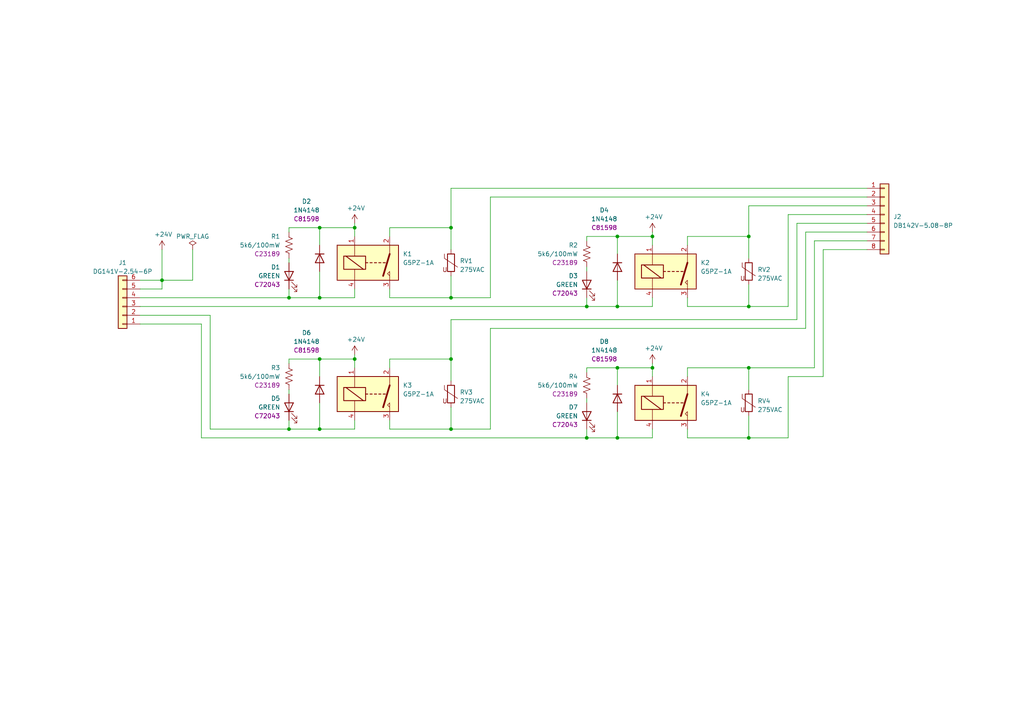
<source format=kicad_sch>
(kicad_sch (version 20230121) (generator eeschema)
  (paper "A4")
  (title_block (title "4x 24V 12A Relay Module") (date "2023-05-21") (rev "V1"))
  (lib_symbols
    (symbol "Connector_Generic:Conn_01x06" (pin_names (offset 1.016) hide)
      (property "Reference" "J" (at 0 7.62 0))
      (property "Value" "Conn_01x06" (at 0 -10.16 0))
      (symbol "Conn_01x06_1_1"
        (rectangle (start -1.27 -7.493) (end 0 -7.747) (stroke (width 0.1524)))
        (rectangle (start -1.27 -4.953) (end 0 -5.207) (stroke (width 0.1524)))
        (rectangle (start -1.27 -2.413) (end 0 -2.667) (stroke (width 0.1524)))
        (rectangle (start -1.27 0.127) (end 0 -0.127) (stroke (width 0.1524)))
        (rectangle (start -1.27 2.667) (end 0 2.413) (stroke (width 0.1524)))
        (rectangle (start -1.27 5.207) (end 0 4.953) (stroke (width 0.1524)))
        (rectangle (start -1.27 6.35) (end 1.27 -8.89) (stroke (width 0.254)) (fill (type background)))
        (pin passive line (at -5.08 5.08 0) (length 3.81) (name "Pin_1") (number "1"))
        (pin passive line (at -5.08 2.54 0) (length 3.81) (name "Pin_2") (number "2"))
        (pin passive line (at -5.08 0 0) (length 3.81) (name "Pin_3") (number "3"))
        (pin passive line (at -5.08 -2.54 0) (length 3.81) (name "Pin_4") (number "4"))
        (pin passive line (at -5.08 -5.08 0) (length 3.81) (name "Pin_5") (number "5"))
        (pin passive line (at -5.08 -7.62 0) (length 3.81) (name "Pin_6") (number "6"))
      )
    )
    (symbol "Connector_Generic:Conn_01x08" (pin_names (offset 1.016) hide)
      (property "Reference" "J" (at 0 10.16 0))
      (property "Value" "Conn_01x08" (at 0 -12.7 0))
      (symbol "Conn_01x08_1_1"
        (rectangle (start -1.27 -10.033) (end 0 -10.287) (stroke (width 0.1524)))
        (rectangle (start -1.27 -7.493) (end 0 -7.747) (stroke (width 0.1524)))
        (rectangle (start -1.27 -4.953) (end 0 -5.207) (stroke (width 0.1524)))
        (rectangle (start -1.27 -2.413) (end 0 -2.667) (stroke (width 0.1524)))
        (rectangle (start -1.27 0.127) (end 0 -0.127) (stroke (width 0.1524)))
        (rectangle (start -1.27 2.667) (end 0 2.413) (stroke (width 0.1524)))
        (rectangle (start -1.27 5.207) (end 0 4.953) (stroke (width 0.1524)))
        (rectangle (start -1.27 7.747) (end 0 7.493) (stroke (width 0.1524)))
        (rectangle (start -1.27 8.89) (end 1.27 -11.43) (stroke (width 0.254)) (fill (type background)))
        (pin passive line (at -5.08 7.62 0) (length 3.81) (name "Pin_1") (number "1"))
        (pin passive line (at -5.08 5.08 0) (length 3.81) (name "Pin_2") (number "2"))
        (pin passive line (at -5.08 2.54 0) (length 3.81) (name "Pin_3") (number "3"))
        (pin passive line (at -5.08 0 0) (length 3.81) (name "Pin_4") (number "4"))
        (pin passive line (at -5.08 -2.54 0) (length 3.81) (name "Pin_5") (number "5"))
        (pin passive line (at -5.08 -5.08 0) (length 3.81) (name "Pin_6") (number "6"))
        (pin passive line (at -5.08 -7.62 0) (length 3.81) (name "Pin_7") (number "7"))
        (pin passive line (at -5.08 -10.16 0) (length 3.81) (name "Pin_8") (number "8"))
      )
    )
    (symbol "Device:D" (pin_numbers hide) (pin_names (offset 1.016) hide)
      (property "Reference" "D" (at 0 2.54 0))
      (property "Value" "D" (at 0 -2.54 0))
      (symbol "D_0_1"
        (polyline (pts (xy -1.27 1.27) (xy -1.27 -1.27)) (stroke (width 0.254)))
        (polyline (pts (xy 1.27 0) (xy -1.27 0)))
        (polyline (pts (xy 1.27 1.27) (xy 1.27 -1.27) (xy -1.27 0) (xy 1.27 1.27)) (stroke (width 0.254)))
      )
      (symbol "D_1_1"
        (pin passive line (at -3.81 0 0) (length 2.54) (name "K") (number "1"))
        (pin passive line (at 3.81 0 180) (length 2.54) (name "A") (number "2"))
      )
    )
    (symbol "Device:LED" (pin_numbers hide) (pin_names (offset 1.016) hide)
      (property "Reference" "D" (at 0 2.54 0))
      (property "Value" "LED" (at 0 -2.54 0))
      (symbol "LED_0_1"
        (polyline (pts (xy -1.27 -1.27) (xy -1.27 1.27)) (stroke (width 0.254)))
        (polyline (pts (xy -1.27 0) (xy 1.27 0)))
        (polyline (pts (xy 1.27 -1.27) (xy 1.27 1.27) (xy -1.27 0) (xy 1.27 -1.27)) (stroke (width 0.254)))
        (polyline (pts (xy -3.048 -0.762) (xy -4.572 -2.286) (xy -3.81 -2.286) (xy -4.572 -2.286) (xy -4.572 -1.524)))
        (polyline (pts (xy -1.778 -0.762) (xy -3.302 -2.286) (xy -2.54 -2.286) (xy -3.302 -2.286) (xy -3.302 -1.524)))
      )
      (symbol "LED_1_1"
        (pin passive line (at -3.81 0 0) (length 2.54) (name "K") (number "1"))
        (pin passive line (at 3.81 0 180) (length 2.54) (name "A") (number "2"))
      )
    )
    (symbol "Device:R_US" (pin_numbers hide) (pin_names (offset 0))
      (property "Reference" "R" (at 2.54 0 90))
      (property "Value" "R_US" (at -2.54 0 90))
      (symbol "R_US_0_1"
        (polyline (pts (xy 0 -2.286) (xy 0 -2.54)))
        (polyline (pts (xy 0 2.286) (xy 0 2.54)))
        (polyline (pts (xy 0 -0.762) (xy 1.016 -1.143) (xy 0 -1.524) (xy -1.016 -1.905) (xy 0 -2.286)))
        (polyline (pts (xy 0 0.762) (xy 1.016 0.381) (xy 0 0) (xy -1.016 -0.381) (xy 0 -0.762)))
        (polyline (pts (xy 0 2.286) (xy 1.016 1.905) (xy 0 1.524) (xy -1.016 1.143) (xy 0 0.762)))
      )
      (symbol "R_US_1_1"
        (pin passive line (at 0 3.81 270) (length 1.27) (name "~") (number "1"))
        (pin passive line (at 0 -3.81 90) (length 1.27) (name "~") (number "2"))
      )
    )
    (symbol "Device:Varistor" (pin_numbers hide) (pin_names (offset 0))
      (property "Reference" "RV" (at 3.175 0 90))
      (property "Value" "Varistor" (at -3.175 0 90))
      (symbol "Varistor_0_0"
        (text "U" (at -1.778 -2.032 0) (effects (font (size 1.27 1.27))))
      )
      (symbol "Varistor_0_1"
        (rectangle (start -1.016 -2.54) (end 1.016 2.54) (stroke (width 0.254)))
        (polyline (pts (xy -1.905 2.54) (xy -1.905 1.27) (xy 1.905 -1.27)))
      )
      (symbol "Varistor_1_1"
        (pin passive line (at 0 3.81 270) (length 1.27) (name "~") (number "1"))
        (pin passive line (at 0 -3.81 90) (length 1.27) (name "~") (number "2"))
      )
    )
    (symbol "Tales:G5PZ-1A"
      (property "Reference" "K" (at 8.89 3.81 0))
      (property "Value" "G5PZ-1A" (at 8.89 1.27 0))
      (symbol "G5PZ-1A_0_0"
        (polyline (pts (xy 5.08 5.08) (xy 5.08 2.54) (xy 4.445 3.175) (xy 5.08 3.81)))
      )
      (symbol "G5PZ-1A_0_1"
        (rectangle (start -10.16 5.08) (end 7.62 -5.08) (stroke (width 0.254)) (fill (type background)))
        (rectangle (start -8.255 1.905) (end -1.905 -1.905) (stroke (width 0.254)))
        (polyline (pts (xy -7.62 -1.905) (xy -2.54 1.905)) (stroke (width 0.254)))
        (polyline (pts (xy -5.08 -5.08) (xy -5.08 -1.905)))
        (polyline (pts (xy -5.08 5.08) (xy -5.08 1.905)))
        (polyline (pts (xy -1.905 0) (xy -1.27 0)) (stroke (width 0.254)))
        (polyline (pts (xy -0.635 0) (xy 0 0)) (stroke (width 0.254)))
        (polyline (pts (xy 0.635 0) (xy 1.27 0)) (stroke (width 0.254)))
        (polyline (pts (xy 1.905 0) (xy 2.54 0)) (stroke (width 0.254)))
        (polyline (pts (xy 3.175 0) (xy 3.81 0)) (stroke (width 0.254)))
        (polyline (pts (xy 5.08 -2.54) (xy 3.175 3.81)) (stroke (width 0.508)))
        (polyline (pts (xy 5.08 -2.54) (xy 5.08 -5.08)))
      )
      (symbol "G5PZ-1A_1_1"
        (pin passive line (at -5.08 -7.62 90) (length 2.54) (name "~") (number "1"))
        (pin passive line (at 5.08 -7.62 90) (length 2.54) (name "~") (number "2"))
        (pin passive line (at 5.08 7.62 270) (length 2.54) (name "~") (number "3"))
        (pin passive line (at -5.08 7.62 270) (length 2.54) (name "~") (number "4"))
      )
    )
    (symbol "power:+24V" (power) (pin_names (offset 0))
      (property "Value" "+24V" (at 0 3.556 0))
      (symbol "+24V_0_1"
        (polyline (pts (xy -0.762 1.27) (xy 0 2.54)))
        (polyline (pts (xy 0 0) (xy 0 2.54)))
        (polyline (pts (xy 0 2.54) (xy 0.762 1.27)))
      )
      (symbol "+24V_1_1"
        (pin power_in line (at 0 0 90) (length 0) hide (name "+24V") (number "1"))
      )
    )
    (symbol "power:PWR_FLAG" (power) (pin_numbers hide) (pin_names (offset 0) hide)
      (property "Value" "PWR_FLAG" (at 0 3.81 0))
      (symbol "PWR_FLAG_0_0"
        (pin power_out line (at 0 0 90) (length 0) (name "pwr") (number "1"))
      )
      (symbol "PWR_FLAG_0_1"
        (polyline (pts (xy 0 0) (xy 0 1.27) (xy -1.016 1.905) (xy 0 2.54) (xy 1.016 1.905) (xy 0 1.27)))
      )
    )
  )
  (junction (at 83.82 124.46))
  (junction (at 189.23 68.58))
  (junction (at 130.81 104.14))
  (junction (at 179.07 88.9))
  (junction (at 217.17 88.9))
  (junction (at 217.17 106.68))
  (junction (at 179.07 106.68))
  (junction (at 92.71 124.46))
  (junction (at 102.87 104.14))
  (junction (at 92.71 104.14))
  (junction (at 130.81 86.36))
  (junction (at 92.71 66.04))
  (junction (at 102.87 66.04))
  (junction (at 217.17 127))
  (junction (at 217.17 68.58))
  (junction (at 170.18 88.9))
  (junction (at 170.18 127))
  (junction (at 179.07 127))
  (junction (at 46.99 81.28))
  (junction (at 189.23 106.68))
  (junction (at 130.81 124.46))
  (junction (at 130.81 66.04))
  (junction (at 92.71 86.36))
  (junction (at 179.07 68.58))
  (junction (at 83.82 86.36))
  (wire (pts (xy 83.82 86.36) (xy 92.71 86.36)))
  (wire (pts (xy 130.81 124.46) (xy 113.03 124.46)))
  (wire (pts (xy 60.96 124.46) (xy 83.82 124.46)))
  (wire (pts (xy 102.87 102.87) (xy 102.87 104.14)))
  (wire (pts (xy 170.18 77.47) (xy 170.18 78.74)))
  (wire (pts (xy 102.87 121.92) (xy 102.87 124.46)))
  (wire (pts (xy 83.82 121.92) (xy 83.82 124.46)))
  (wire (pts (xy 142.24 57.15) (xy 142.24 86.36)))
  (wire (pts (xy 130.81 92.71) (xy 231.14 92.71)))
  (wire (pts (xy 179.07 119.38) (xy 179.07 127)))
  (wire (pts (xy 179.07 88.9) (xy 189.23 88.9)))
  (wire (pts (xy 199.39 106.68) (xy 199.39 109.22)))
  (wire (pts (xy 92.71 71.12) (xy 92.71 66.04)))
  (wire (pts (xy 189.23 86.36) (xy 189.23 88.9)))
  (wire (pts (xy 40.64 88.9) (xy 170.18 88.9)))
  (wire (pts (xy 46.99 72.39) (xy 46.99 81.28)))
  (wire (pts (xy 40.64 86.36) (xy 83.82 86.36)))
  (wire (pts (xy 170.18 106.68) (xy 170.18 107.95)))
  (wire (pts (xy 199.39 68.58) (xy 199.39 71.12)))
  (wire (pts (xy 40.64 81.28) (xy 46.99 81.28)))
  (wire (pts (xy 130.81 86.36) (xy 113.03 86.36)))
  (wire (pts (xy 142.24 124.46) (xy 130.81 124.46)))
  (wire (pts (xy 130.81 54.61) (xy 251.46 54.61)))
  (wire (pts (xy 189.23 67.31) (xy 189.23 68.58)))
  (wire (pts (xy 92.71 66.04) (xy 102.87 66.04)))
  (wire (pts (xy 60.96 124.46) (xy 60.96 91.44)))
  (wire (pts (xy 83.82 104.14) (xy 83.82 105.41)))
  (wire (pts (xy 217.17 113.03) (xy 217.17 106.68)))
  (wire (pts (xy 83.82 104.14) (xy 92.71 104.14)))
  (wire (pts (xy 130.81 54.61) (xy 130.81 66.04)))
  (wire (pts (xy 189.23 106.68) (xy 189.23 109.22)))
  (wire (pts (xy 170.18 127) (xy 179.07 127)))
  (wire (pts (xy 199.39 68.58) (xy 217.17 68.58)))
  (wire (pts (xy 217.17 88.9) (xy 199.39 88.9)))
  (wire (pts (xy 217.17 82.55) (xy 217.17 88.9)))
  (wire (pts (xy 102.87 83.82) (xy 102.87 86.36)))
  (wire (pts (xy 179.07 68.58) (xy 189.23 68.58)))
  (wire (pts (xy 83.82 66.04) (xy 92.71 66.04)))
  (wire (pts (xy 170.18 68.58) (xy 170.18 69.85)))
  (wire (pts (xy 179.07 73.66) (xy 179.07 68.58)))
  (wire (pts (xy 170.18 68.58) (xy 179.07 68.58)))
  (wire (pts (xy 83.82 66.04) (xy 83.82 67.31)))
  (wire (pts (xy 142.24 95.25) (xy 233.68 95.25)))
  (wire (pts (xy 179.07 111.76) (xy 179.07 106.68)))
  (wire (pts (xy 58.42 127) (xy 170.18 127)))
  (wire (pts (xy 236.22 69.85) (xy 236.22 106.68)))
  (wire (pts (xy 179.07 106.68) (xy 189.23 106.68)))
  (wire (pts (xy 113.03 104.14) (xy 130.81 104.14)))
  (wire (pts (xy 233.68 67.31) (xy 251.46 67.31)))
  (wire (pts (xy 238.76 72.39) (xy 238.76 109.22)))
  (wire (pts (xy 102.87 66.04) (xy 102.87 68.58)))
  (wire (pts (xy 60.96 91.44) (xy 40.64 91.44)))
  (wire (pts (xy 199.39 106.68) (xy 217.17 106.68)))
  (wire (pts (xy 228.6 109.22) (xy 238.76 109.22)))
  (wire (pts (xy 231.14 64.77) (xy 231.14 92.71)))
  (wire (pts (xy 83.82 74.93) (xy 83.82 76.2)))
  (wire (pts (xy 189.23 124.46) (xy 189.23 127)))
  (wire (pts (xy 217.17 59.69) (xy 251.46 59.69)))
  (wire (pts (xy 130.81 110.49) (xy 130.81 104.14)))
  (wire (pts (xy 113.03 104.14) (xy 113.03 106.68)))
  (wire (pts (xy 102.87 64.77) (xy 102.87 66.04)))
  (wire (pts (xy 170.18 106.68) (xy 179.07 106.68)))
  (wire (pts (xy 113.03 83.82) (xy 113.03 86.36)))
  (wire (pts (xy 130.81 72.39) (xy 130.81 66.04)))
  (wire (pts (xy 130.81 118.11) (xy 130.81 124.46)))
  (wire (pts (xy 189.23 105.41) (xy 189.23 106.68)))
  (wire (pts (xy 236.22 69.85) (xy 251.46 69.85)))
  (wire (pts (xy 228.6 88.9) (xy 217.17 88.9)))
  (wire (pts (xy 130.81 80.01) (xy 130.81 86.36)))
  (wire (pts (xy 199.39 124.46) (xy 199.39 127)))
  (wire (pts (xy 228.6 62.23) (xy 228.6 88.9)))
  (wire (pts (xy 92.71 104.14) (xy 102.87 104.14)))
  (wire (pts (xy 92.71 116.84) (xy 92.71 124.46)))
  (wire (pts (xy 142.24 57.15) (xy 251.46 57.15)))
  (wire (pts (xy 170.18 86.36) (xy 170.18 88.9)))
  (wire (pts (xy 92.71 109.22) (xy 92.71 104.14)))
  (wire (pts (xy 92.71 124.46) (xy 102.87 124.46)))
  (wire (pts (xy 40.64 83.82) (xy 46.99 83.82)))
  (wire (pts (xy 179.07 81.28) (xy 179.07 88.9)))
  (wire (pts (xy 228.6 127) (xy 217.17 127)))
  (wire (pts (xy 217.17 74.93) (xy 217.17 68.58)))
  (wire (pts (xy 238.76 72.39) (xy 251.46 72.39)))
  (wire (pts (xy 231.14 64.77) (xy 251.46 64.77)))
  (wire (pts (xy 170.18 124.46) (xy 170.18 127)))
  (wire (pts (xy 233.68 67.31) (xy 233.68 95.25)))
  (wire (pts (xy 199.39 86.36) (xy 199.39 88.9)))
  (wire (pts (xy 228.6 109.22) (xy 228.6 127)))
  (wire (pts (xy 251.46 62.23) (xy 228.6 62.23)))
  (wire (pts (xy 58.42 93.98) (xy 40.64 93.98)))
  (wire (pts (xy 113.03 66.04) (xy 113.03 68.58)))
  (wire (pts (xy 55.88 72.39) (xy 55.88 81.28)))
  (wire (pts (xy 55.88 81.28) (xy 46.99 81.28)))
  (wire (pts (xy 83.82 113.03) (xy 83.82 114.3)))
  (wire (pts (xy 179.07 127) (xy 189.23 127)))
  (wire (pts (xy 217.17 59.69) (xy 217.17 68.58)))
  (wire (pts (xy 217.17 106.68) (xy 236.22 106.68)))
  (wire (pts (xy 92.71 86.36) (xy 102.87 86.36)))
  (wire (pts (xy 189.23 68.58) (xy 189.23 71.12)))
  (wire (pts (xy 83.82 124.46) (xy 92.71 124.46)))
  (wire (pts (xy 170.18 88.9) (xy 179.07 88.9)))
  (wire (pts (xy 58.42 127) (xy 58.42 93.98)))
  (wire (pts (xy 217.17 127) (xy 199.39 127)))
  (wire (pts (xy 170.18 115.57) (xy 170.18 116.84)))
  (wire (pts (xy 102.87 104.14) (xy 102.87 106.68)))
  (wire (pts (xy 130.81 92.71) (xy 130.81 104.14)))
  (wire (pts (xy 113.03 66.04) (xy 130.81 66.04)))
  (wire (pts (xy 142.24 86.36) (xy 130.81 86.36)))
  (wire (pts (xy 142.24 95.25) (xy 142.24 124.46)))
  (wire (pts (xy 83.82 83.82) (xy 83.82 86.36)))
  (wire (pts (xy 92.71 78.74) (xy 92.71 86.36)))
  (wire (pts (xy 217.17 120.65) (xy 217.17 127)))
  (wire (pts (xy 46.99 83.82) (xy 46.99 81.28)))
  (wire (pts (xy 113.03 121.92) (xy 113.03 124.46)))
  (symbol (lib_id "power:+24V") (at 102.87 64.77 0) (unit 1)
    (property "Reference" "#PWR0103" (effects hide))
    (property "Value" "+24V" (at 103.251 60.3758 0))
  )
  (symbol (lib_id "Device:LED") (at 170.18 120.65 90) (unit 1)
    (property "Reference" "D7" (at 167.64 118.11 90) (effects (justify left)))
    (property "Value" "GREEN" (at 167.64 120.65 90) (effects (justify left)))
    (property "Footprint" "Tales:LED_0603_1608Metric" (effects hide))
    (property "Mfr" "Everlight" (effects hide))
    (property "Mfr PN" "19-217/GHC-YR1S2/3T" (effects hide))
    (property "Vendor" "JLCPCB" (effects hide))
    (property "Vendor PN" "C72043" (effects hide))
    (property "LCSC Part #" "C72043" (at 167.64 123.19 90) (effects (justify left)))
    (property "JLCPCB BOM" "1" (effects hide))
    (property "Package" "0603/1608" (effects hide))
  )
  (symbol (lib_id "Tales:G5PZ-1A") (at 107.95 114.3 0) (mirror x) (unit 1)
    (property "Reference" "K3" (at 116.84 111.76 0) (effects (justify left)))
    (property "Value" "G5PZ-1A" (at 116.84 114.3 0) (effects (justify left)))
    (property "Footprint" "Tales:Relay_SPST_Omron_G5PZ-1A" (effects hide))
    (property "Mfr" "Omron" (effects hide))
    (property "Mfr PN" "G5PZ-1A" (effects hide))
    (property "Technology" "SPST" (effects hide))
    (property "Vendor" "Mouser" (effects hide))
    (property "Vendor PN" "653-G5PZ-1ADC24" (effects hide))
    (property "JLCPCB BOM" "0" (effects hide))
  )
  (symbol (lib_id "Device:D") (at 92.71 74.93 270) (unit 1)
    (property "Reference" "D2" (at 88.9 58.42 90))
    (property "Value" "1N4148" (at 88.9 60.96 90))
    (property "Footprint" "Tales:D_SOD-123" (effects hide))
    (property "Vendor" "JLCPCB" (effects hide))
    (property "Mfr" "Semtech" (effects hide))
    (property "Mfr PN" "1N4148W" (effects hide))
    (property "Vendor PN" "C81598" (effects hide))
    (property "LCSC Part #" "C81598" (at 88.9 63.5 90))
    (property "JLCPCB BOM" "1" (effects hide))
    (property "Package" "SOD-123" (effects hide))
  )
  (symbol (lib_id "Connector_Generic:Conn_01x06") (at 35.56 88.9 180) (unit 1)
    (property "Reference" "J1" (at 35.56 76.2 0))
    (property "Value" "DG141V-2.54-6P" (at 35.56 78.74 0))
    (property "Footprint" "Tales:TerminalBlock_Dibo_DB141V-2.54-6P_1x06_P2.54mm_Vertical" (effects hide))
    (property "JLCPCB BOM" "1" (effects hide))
    (property "LCSC Part #" "C2898747" (effects hide))
    (property "Mfr" "DIBO" (effects hide))
    (property "Mfr PN" "DB141V-2.54-5P" (effects hide))
    (property "Vendor" "JLCPCB" (effects hide))
    (property "Vendor PN" "C2898747" (effects hide))
  )
  (symbol (lib_id "Device:R_US") (at 83.82 71.12 0) (unit 1)
    (property "Reference" "R1" (at 81.28 68.58 0) (effects (justify right)))
    (property "Value" "5k6/100mW" (at 81.28 71.12 0) (effects (justify right)))
    (property "Footprint" "Tales:R_0603_1608Metric" (effects hide))
    (property "Mfr" "Uniroyal" (effects hide))
    (property "Vendor" "JLCPCB" (effects hide))
    (property "Mfr PN" "0805W8F4701T5E" (effects hide))
    (property "Vendor PN" "C23189" (effects hide))
    (property "LCSC Part #" "C23189" (at 81.28 73.66 0) (effects (justify right)))
    (property "JLCPCB BOM" "1" (effects hide))
    (property "Package" "0603/1608" (effects hide))
  )
  (symbol (lib_id "power:+24V") (at 189.23 67.31 0) (unit 1)
    (property "Reference" "#PWR0101" (effects hide))
    (property "Value" "+24V" (at 189.611 62.9158 0))
  )
  (symbol (lib_id "power:PWR_FLAG") (at 55.88 72.39 0) (unit 1)
    (property "Reference" "#FLG0101" (effects hide))
    (property "Value" "PWR_FLAG" (at 55.88 68.58 0))
  )
  (symbol (lib_id "Device:LED") (at 83.82 118.11 90) (unit 1)
    (property "Reference" "D5" (at 81.28 115.57 90) (effects (justify left)))
    (property "Value" "GREEN" (at 81.28 118.11 90) (effects (justify left)))
    (property "Footprint" "Tales:LED_0603_1608Metric" (effects hide))
    (property "Mfr" "Everlight" (effects hide))
    (property "Mfr PN" "19-217/GHC-YR1S2/3T" (effects hide))
    (property "Vendor" "JLCPCB" (effects hide))
    (property "Vendor PN" "C72043" (effects hide))
    (property "LCSC Part #" "C72043" (at 81.28 120.65 90) (effects (justify left)))
    (property "JLCPCB BOM" "1" (effects hide))
    (property "Package" "0603/1608" (effects hide))
  )
  (symbol (lib_id "Device:R_US") (at 83.82 109.22 0) (unit 1)
    (property "Reference" "R3" (at 81.28 106.68 0) (effects (justify right)))
    (property "Value" "5k6/100mW" (at 81.28 109.22 0) (effects (justify right)))
    (property "Footprint" "Tales:R_0603_1608Metric" (effects hide))
    (property "Mfr" "Uniroyal" (effects hide))
    (property "Vendor" "JLCPCB" (effects hide))
    (property "Mfr PN" "0805W8F4701T5E" (effects hide))
    (property "Vendor PN" "C23189" (effects hide))
    (property "LCSC Part #" "C23189" (at 81.28 111.76 0) (effects (justify right)))
    (property "JLCPCB BOM" "1" (effects hide))
    (property "Package" "0603/1608" (effects hide))
  )
  (symbol (lib_id "Tales:G5PZ-1A") (at 194.31 116.84 0) (mirror x) (unit 1)
    (property "Reference" "K4" (at 203.2 114.3 0) (effects (justify left)))
    (property "Value" "G5PZ-1A" (at 203.2 116.84 0) (effects (justify left)))
    (property "Footprint" "Tales:Relay_SPST_Omron_G5PZ-1A" (effects hide))
    (property "Mfr" "Omron" (effects hide))
    (property "Mfr PN" "G5PZ-1A" (effects hide))
    (property "Technology" "SPST" (effects hide))
    (property "Vendor" "Mouser" (effects hide))
    (property "Vendor PN" "653-G5PZ-1ADC24" (effects hide))
    (property "JLCPCB BOM" "0" (effects hide))
  )
  (symbol (lib_id "Tales:G5PZ-1A") (at 107.95 76.2 0) (mirror x) (unit 1)
    (property "Reference" "K1" (at 116.84 73.66 0) (effects (justify left)))
    (property "Value" "G5PZ-1A" (at 116.84 76.2 0) (effects (justify left)))
    (property "Footprint" "Tales:Relay_SPST_Omron_G5PZ-1A" (effects hide))
    (property "Mfr" "Omron" (effects hide))
    (property "Mfr PN" "G5PZ-1A" (effects hide))
    (property "Technology" "SPST" (effects hide))
    (property "Vendor" "Mouser" (effects hide))
    (property "Vendor PN" "653-G5PZ-1ADC24" (effects hide))
    (property "JLCPCB BOM" "0" (effects hide))
  )
  (symbol (lib_id "power:+24V") (at 189.23 105.41 0) (unit 1)
    (property "Reference" "#PWR0105" (effects hide))
    (property "Value" "+24V" (at 189.611 101.0158 0))
  )
  (symbol (lib_id "Device:Varistor") (at 217.17 116.84 0) (unit 1)
    (property "Reference" "RV4" (at 219.71 116.3042 0) (effects (justify left)))
    (property "Value" "275VAC" (at 219.71 118.8442 0) (effects (justify left)))
    (property "Footprint" "Tales:RV_Disc_D9.50mm_W3.6mm_P5.08mm" (effects hide))
    (property "Mfr" "Dersonic" (effects hide))
    (property "Mfr PN" "RM07D431KC1IE100" (effects hide))
    (property "Technology" "MOV" (effects hide))
    (property "Vendor" "JLCPCB" (effects hide))
    (property "Vendor PN" "C2761646" (effects hide))
    (property "JLCPCB BOM" "1" (effects hide))
    (property "Package" "9.5X5.08mm" (effects hide))
    (property "LCSC Part #" "C2761646" (effects hide))
  )
  (symbol (lib_id "Device:R_US") (at 170.18 111.76 0) (unit 1)
    (property "Reference" "R4" (at 167.64 109.22 0) (effects (justify right)))
    (property "Value" "5k6/100mW" (at 167.64 111.76 0) (effects (justify right)))
    (property "Footprint" "Tales:R_0603_1608Metric" (effects hide))
    (property "Mfr" "Uniroyal" (effects hide))
    (property "Vendor" "JLCPCB" (effects hide))
    (property "Mfr PN" "0805W8F4701T5E" (effects hide))
    (property "Vendor PN" "C23189" (effects hide))
    (property "LCSC Part #" "C23189" (at 167.64 114.3 0) (effects (justify right)))
    (property "JLCPCB BOM" "1" (effects hide))
    (property "Package" "0603/1608" (effects hide))
  )
  (symbol (lib_id "Device:LED") (at 83.82 80.01 90) (unit 1)
    (property "Reference" "D1" (at 81.28 77.47 90) (effects (justify left)))
    (property "Value" "GREEN" (at 81.28 80.01 90) (effects (justify left)))
    (property "Footprint" "Tales:LED_0603_1608Metric" (effects hide))
    (property "Mfr" "Everlight" (effects hide))
    (property "Mfr PN" "19-217/GHC-YR1S2/3T" (effects hide))
    (property "Vendor" "JLCPCB" (effects hide))
    (property "Vendor PN" "C72043" (effects hide))
    (property "LCSC Part #" "C72043" (at 81.28 82.55 90) (effects (justify left)))
    (property "JLCPCB BOM" "1" (effects hide))
    (property "Package" "0603/1608" (effects hide))
  )
  (symbol (lib_id "Device:Varistor") (at 217.17 78.74 0) (unit 1)
    (property "Reference" "RV2" (at 219.71 78.2042 0) (effects (justify left)))
    (property "Value" "275VAC" (at 219.71 80.7442 0) (effects (justify left)))
    (property "Footprint" "Tales:RV_Disc_D9.50mm_W3.6mm_P5.08mm" (effects hide))
    (property "Mfr" "Dersonic" (effects hide))
    (property "Mfr PN" "RM07D431KC1IE100" (effects hide))
    (property "Technology" "MOV" (effects hide))
    (property "Vendor" "JLCPCB" (effects hide))
    (property "Vendor PN" "C2761646" (effects hide))
    (property "JLCPCB BOM" "1" (effects hide))
    (property "Package" "9.5X5.08mm" (effects hide))
    (property "LCSC Part #" "C2761646" (effects hide))
  )
  (symbol (lib_id "Connector_Generic:Conn_01x08") (at 256.54 62.23 0) (unit 1)
    (property "Reference" "J2" (at 259.08 62.865 0) (effects (justify left)))
    (property "Value" "DB142V-5.08-8P" (at 259.08 65.405 0) (effects (justify left)))
    (property "Footprint" "Tales:TerminalBlock_Dibo_DB142V-5.08-8P_1x08_P5.08mm_Vertical" (effects hide))
    (property "Mfr" "DIBO" (effects hide))
    (property "Mfr PN" "DB142V-5.08-8P" (effects hide))
    (property "Vendor" "JLCPCB" (effects hide))
    (property "Vendor PN" "C2898705" (effects hide))
    (property "JLCPCB BOM" "1" (effects hide))
    (property "LCSC Part #" "C2898705" (effects hide))
  )
  (symbol (lib_id "Device:R_US") (at 170.18 73.66 0) (unit 1)
    (property "Reference" "R2" (at 167.64 71.12 0) (effects (justify right)))
    (property "Value" "5k6/100mW" (at 167.64 73.66 0) (effects (justify right)))
    (property "Footprint" "Tales:R_0603_1608Metric" (effects hide))
    (property "Mfr" "Uniroyal" (effects hide))
    (property "Vendor" "JLCPCB" (effects hide))
    (property "Mfr PN" "0805W8F4701T5E" (effects hide))
    (property "Vendor PN" "C23189" (effects hide))
    (property "LCSC Part #" "C23189" (at 167.64 76.2 0) (effects (justify right)))
    (property "JLCPCB BOM" "1" (effects hide))
    (property "Package" "0603/1608" (effects hide))
  )
  (symbol (lib_id "power:+24V") (at 102.87 102.87 0) (unit 1)
    (property "Reference" "#PWR0104" (effects hide))
    (property "Value" "+24V" (at 103.251 98.4758 0))
  )
  (symbol (lib_id "Device:D") (at 179.07 115.57 270) (unit 1)
    (property "Reference" "D8" (at 175.26 99.06 90))
    (property "Value" "1N4148" (at 175.26 101.6 90))
    (property "Footprint" "Tales:D_SOD-123" (effects hide))
    (property "Vendor" "JLCPCB" (effects hide))
    (property "Mfr" "Semtech" (effects hide))
    (property "Mfr PN" "1N4148W" (effects hide))
    (property "Vendor PN" "C81598" (effects hide))
    (property "LCSC Part #" "C81598" (at 175.26 104.14 90))
    (property "JLCPCB BOM" "1" (effects hide))
    (property "Package" "SOD-123" (effects hide))
  )
  (symbol (lib_id "power:+24V") (at 46.99 72.39 0) (unit 1)
    (property "Reference" "#PWR0102" (effects hide))
    (property "Value" "+24V" (at 47.371 67.9958 0))
  )
  (symbol (lib_id "Device:D") (at 92.71 113.03 270) (unit 1)
    (property "Reference" "D6" (at 88.9 96.52 90))
    (property "Value" "1N4148" (at 88.9 99.06 90))
    (property "Footprint" "Tales:D_SOD-123" (effects hide))
    (property "Vendor" "JLCPCB" (effects hide))
    (property "Mfr" "Semtech" (effects hide))
    (property "Mfr PN" "1N4148W" (effects hide))
    (property "Vendor PN" "C81598" (effects hide))
    (property "LCSC Part #" "C81598" (at 88.9 101.6 90))
    (property "JLCPCB BOM" "1" (effects hide))
    (property "Package" "SOD-123" (effects hide))
  )
  (symbol (lib_id "Device:LED") (at 170.18 82.55 90) (unit 1)
    (property "Reference" "D3" (at 167.64 80.01 90) (effects (justify left)))
    (property "Value" "GREEN" (at 167.64 82.55 90) (effects (justify left)))
    (property "Footprint" "Tales:LED_0603_1608Metric" (effects hide))
    (property "Mfr" "Everlight" (effects hide))
    (property "Mfr PN" "19-217/GHC-YR1S2/3T" (effects hide))
    (property "Vendor" "JLCPCB" (effects hide))
    (property "Vendor PN" "C72043" (effects hide))
    (property "LCSC Part #" "C72043" (at 167.64 85.09 90) (effects (justify left)))
    (property "JLCPCB BOM" "1" (effects hide))
    (property "Package" "0603/1608" (effects hide))
  )
  (symbol (lib_id "Device:D") (at 179.07 77.47 270) (unit 1)
    (property "Reference" "D4" (at 175.26 60.96 90))
    (property "Value" "1N4148" (at 175.26 63.5 90))
    (property "Footprint" "Tales:D_SOD-123" (effects hide))
    (property "Vendor" "JLCPCB" (effects hide))
    (property "Mfr" "Semtech" (effects hide))
    (property "Mfr PN" "1N4148W" (effects hide))
    (property "Vendor PN" "C81598" (effects hide))
    (property "LCSC Part #" "C81598" (at 175.26 66.04 90))
    (property "JLCPCB BOM" "1" (effects hide))
    (property "Package" "SOD-123" (effects hide))
  )
  (symbol (lib_id "Device:Varistor") (at 130.81 76.2 0) (unit 1)
    (property "Reference" "RV1" (at 133.35 75.6642 0) (effects (justify left)))
    (property "Value" "275VAC" (at 133.35 78.2042 0) (effects (justify left)))
    (property "Footprint" "Tales:RV_Disc_D9.50mm_W3.6mm_P5.08mm" (effects hide))
    (property "Mfr" "Dersonic" (effects hide))
    (property "Mfr PN" "RM07D431KC1IE100" (effects hide))
    (property "Technology" "MOV" (effects hide))
    (property "Vendor" "JLCPCB" (effects hide))
    (property "Vendor PN" "C2761646" (effects hide))
    (property "JLCPCB BOM" "1" (effects hide))
    (property "Package" "9.5X5.08mm" (effects hide))
    (property "LCSC Part #" "C2761646" (effects hide))
  )
  (symbol (lib_id "Device:Varistor") (at 130.81 114.3 0) (unit 1)
    (property "Reference" "RV3" (at 133.35 113.7642 0) (effects (justify left)))
    (property "Value" "275VAC" (at 133.35 116.3042 0) (effects (justify left)))
    (property "Footprint" "Tales:RV_Disc_D9.50mm_W3.6mm_P5.08mm" (effects hide))
    (property "Mfr" "Dersonic" (effects hide))
    (property "Mfr PN" "RM07D431KC1IE100" (effects hide))
    (property "Technology" "MOV" (effects hide))
    (property "Vendor" "JLCPCB" (effects hide))
    (property "Vendor PN" "C2761646" (effects hide))
    (property "JLCPCB BOM" "1" (effects hide))
    (property "Package" "9.5X5.08mm" (effects hide))
    (property "LCSC Part #" "C2761646" (effects hide))
  )
  (symbol (lib_id "Tales:G5PZ-1A") (at 194.31 78.74 0) (mirror x) (unit 1)
    (property "Reference" "K2" (at 203.2 76.2 0) (effects (justify left)))
    (property "Value" "G5PZ-1A" (at 203.2 78.74 0) (effects (justify left)))
    (property "Footprint" "Tales:Relay_SPST_Omron_G5PZ-1A" (effects hide))
    (property "Mfr" "Omron" (effects hide))
    (property "Mfr PN" "G5PZ-1A" (effects hide))
    (property "Technology" "SPST" (effects hide))
    (property "Vendor" "Mouser" (effects hide))
    (property "Vendor PN" "653-G5PZ-1ADC24" (effects hide))
    (property "JLCPCB BOM" "0" (effects hide))
  )
)
</source>
